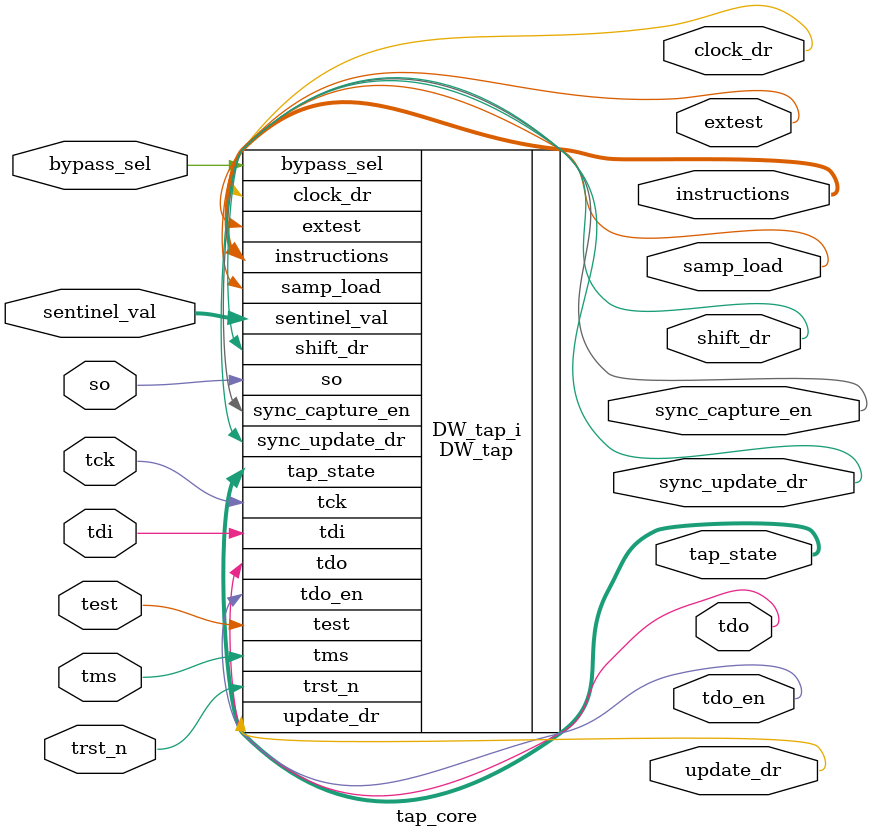
<source format=v>
module tap_core (
    input tck,
    input trst_n,
    input tms,
    input tdi,
    input so,
    input bypass_sel,
    input [3:0] sentinel_val,

    output clock_dr,
    output shift_dr,
    output update_dr,
    output tdo,
    output tdo_en,
    output [15:0] tap_state,
    output extest,
    output samp_load,
    output [4:0] instructions,
    output sync_capture_en,
    output sync_update_dr,

    input test
);
    DW_tap #(
        .width(5),
        .id(1),
        .version(1),
        .part(55948),
        .man_num(153),
        .sync_mode(1)
    ) DW_tap_i (
        .tck(tck),
        .trst_n(trst_n),
        .tms(tms),
        .tdi(tdi),
        .so(so),
        .bypass_sel(bypass_sel),
        .sentinel_val(sentinel_val),
        
        .clock_dr(clock_dr),
        .shift_dr(shift_dr),
        .update_dr(update_dr),
        .tdo(tdo),
        .tdo_en(tdo_en),
        .tap_state(tap_state),
        .extest(extest),
        .samp_load(samp_load),
        .instructions(instructions),
        .sync_capture_en(sync_capture_en),
        .sync_update_dr(sync_update_dr),

        .test(test)
    );
endmodule
</source>
